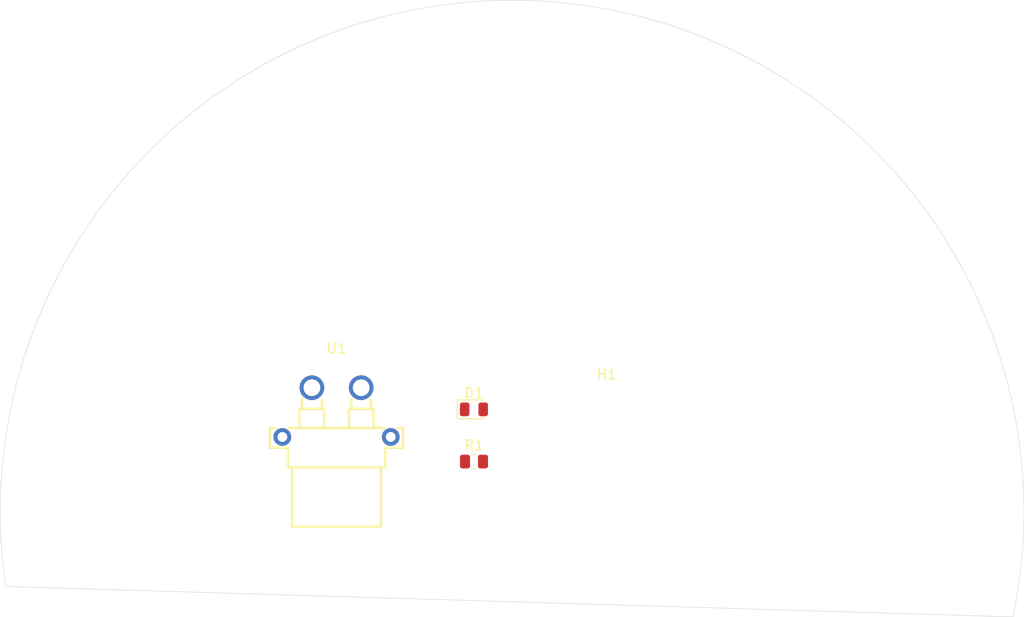
<source format=kicad_pcb>
(kicad_pcb (version 20240108) (generator "pcbnew") (generator_version "8.0")
  (layers (0 "F.Cu" signal) (31 "B.Cu" signal) (34 "B.Paste" user) (35 "F.Paste" user) (36 "B.SilkS" user "B.Silkscreen") (37 "F.SilkS" user "F.Silkscreen") (38 "B.Mask" user) (39 "F.Mask" user) (44 "Edge.Cuts" user))
  (net 0 "")
  (net 2 "GND")
  (net 4 "+6V")
  (net 5 "Net-(D1-A)")
  (footprint "LED_SMD:LED_0805_2012Metric" (layer "F.Cu") (at 100.8375 76)
    (property "Reference" "D1" (at 0 -1.65 0) (layer "F.SilkS"))
    (property "Value" "LED")
    (fp_line (start -1.685 -0.96) (end -1.685 0.96) (stroke (width 0.12)) (layer "F.SilkS"))
    (fp_line (start -1.685 0.96) (end 1 0.96) (stroke (width 0.12)) (layer "F.SilkS"))
    (fp_line (start 1 -0.96) (end -1.685 -0.96) (stroke (width 0.12)) (layer "F.SilkS"))
    (pad "1" smd roundrect (at -0.9375 0) (size 0.975 1.4) (layers "F.Cu" "F.Paste" "F.Mask") (net 2 "GND"))
    (pad "2" smd roundrect (at 0.9375 0) (size 0.975 1.4) (layers "F.Cu" "F.Paste" "F.Mask") (net 5 "Net-(D1-A)"))
  )
  (footprint "easyeda2kicad:CONN-TH_XT30PW-F-1" (layer "F.Cu") (at 86.9 76.3)
    (property "Reference" "U1" (at 0 -6.5 0) (layer "F.SilkS"))
    (property "Value" "XT30PW-F")
    (fp_line (start -6.75 1.6) (end -6.75 3.6) (stroke (width 0.25)) (layer "F.SilkS"))
    (fp_line (start -6.75 3.6) (end -4.95 3.6) (stroke (width 0.25)) (layer "F.SilkS"))
    (fp_line (start -6.18 1.6) (end -6.75 1.6) (stroke (width 0.25)) (layer "F.SilkS"))
    (fp_line (start -4.95 5.6) (end -4.95 3.6) (stroke (width 0.25)) (layer "F.SilkS"))
    (fp_line (start -4.81 1.6) (end 4.82 1.6) (stroke (width 0.25)) (layer "F.SilkS"))
    (fp_line (start -4.5 11.6) (end -4.5 5.6) (stroke (width 0.25)) (layer "F.SilkS"))
    (fp_line (start -4.5 11.6) (end 4.5 11.6) (stroke (width 0.25)) (layer "F.SilkS"))
    (fp_line (start -3.75 -0.35) (end -1.25 -0.35) (stroke (width 0.25)) (layer "F.SilkS"))
    (fp_line (start -3.75 1.6) (end -3.75 -0.35) (stroke (width 0.25)) (layer "F.SilkS"))
    (fp_line (start -3.5 -0.35) (end -3.5 -1.35) (stroke (width 0.25)) (layer "F.SilkS"))
    (fp_line (start -1.5 -0.35) (end -1.5 -1.29) (stroke (width 0.25)) (layer "F.SilkS"))
    (fp_line (start -1.25 1.6) (end -1.25 -0.35) (stroke (width 0.25)) (layer "F.SilkS"))
    (fp_line (start 1.25 -0.35) (end 3.75 -0.35) (stroke (width 0.25)) (layer "F.SilkS"))
    (fp_line (start 1.25 1.6) (end 1.25 -0.35) (stroke (width 0.25)) (layer "F.SilkS"))
    (fp_line (start 1.5 -0.35) (end 1.5 -1.35) (stroke (width 0.25)) (layer "F.SilkS"))
    (fp_line (start 3.5 -0.35) (end 3.5 -1.29) (stroke (width 0.25)) (layer "F.SilkS"))
    (fp_line (start 3.75 1.6) (end 3.75 -0.35) (stroke (width 0.25)) (layer "F.SilkS"))
    (fp_line (start 4.5 11.6) (end 4.5 5.6) (stroke (width 0.25)) (layer "F.SilkS"))
    (fp_line (start 4.95 5.6) (end -4.95 5.6) (stroke (width 0.25)) (layer "F.SilkS"))
    (fp_line (start 4.95 5.6) (end 4.95 3.6) (stroke (width 0.25)) (layer "F.SilkS"))
    (fp_line (start 6.19 1.6) (end 6.75 1.6) (stroke (width 0.25)) (layer "F.SilkS"))
    (fp_line (start 6.75 1.6) (end 6.75 3.6) (stroke (width 0.25)) (layer "F.SilkS"))
    (fp_line (start 6.75 3.6) (end 4.95 3.6) (stroke (width 0.25)) (layer "F.SilkS"))
    (pad "1" thru_hole circle (at -2.5 -2.5) (size 2.5 2.5) (drill 1.700022) (layers "*.Cu" "*.Mask") (net 2 "GND"))
    (pad "2" thru_hole circle (at 2.5 -2.5) (size 2.5 2.5) (drill 1.700022) (layers "*.Cu" "*.Mask") (net 4 "+6V"))
    (pad "3" thru_hole circle (at 5.5 2.5) (size 1.8 1.8) (drill 0.999998) (layers "*.Cu" "*.Mask"))
    (pad "4" thru_hole circle (at -5.5 2.5) (size 1.8 1.8) (drill 0.999998) (layers "*.Cu" "*.Mask"))
  )
  (footprint "Resistor_SMD:R_0805_2012Metric" (layer "F.Cu") (at 100.845 81.3)
    (property "Reference" "R1" (at 0 -1.65 0) (layer "F.SilkS"))
    (property "Value" "R")
    (fp_line (start -0.227064 -0.735) (end 0.227064 -0.735) (stroke (width 0.12)) (layer "F.SilkS"))
    (fp_line (start -0.227064 0.735) (end 0.227064 0.735) (stroke (width 0.12)) (layer "F.SilkS"))
    (pad "1" smd roundrect (at -0.9125 0) (size 1.025 1.4) (layers "F.Cu" "F.Paste" "F.Mask") (roundrect_rratio 0.243902) (net 4 "+6V"))
    (pad "2" smd roundrect (at 0.9125 0) (size 1.025 1.4) (layers "F.Cu" "F.Paste" "F.Mask") (roundrect_rratio 0.243902) (net 5 "Net-(D1-A)"))
  )
  (footprint "MountingHole:MountingHole_5.3mm_M5" (layer "F.Cu") (at 114.3 78.74)
    (property "Reference" "H1" (at 0 -6.3 0) (layer "F.SilkS"))
    (property "Value" "MountingHole")
    (pad "" np_thru_hole circle (at 0 0) (size 5.3 5.3) (drill 5.3) (layers "*.Cu" "*.Mask"))
  )
  (gr_arc (start 53.340001 93.98) (mid 106.28104 34.4835) (end 155.528542 97.071603) (stroke (width 0.05)) (layer "Edge.Cuts"))
  (gr_line (start 53.340001 93.98) (end 155.528542 97.071603) (stroke (width 0.05)) (layer "Edge.Cuts"))
)
</source>
